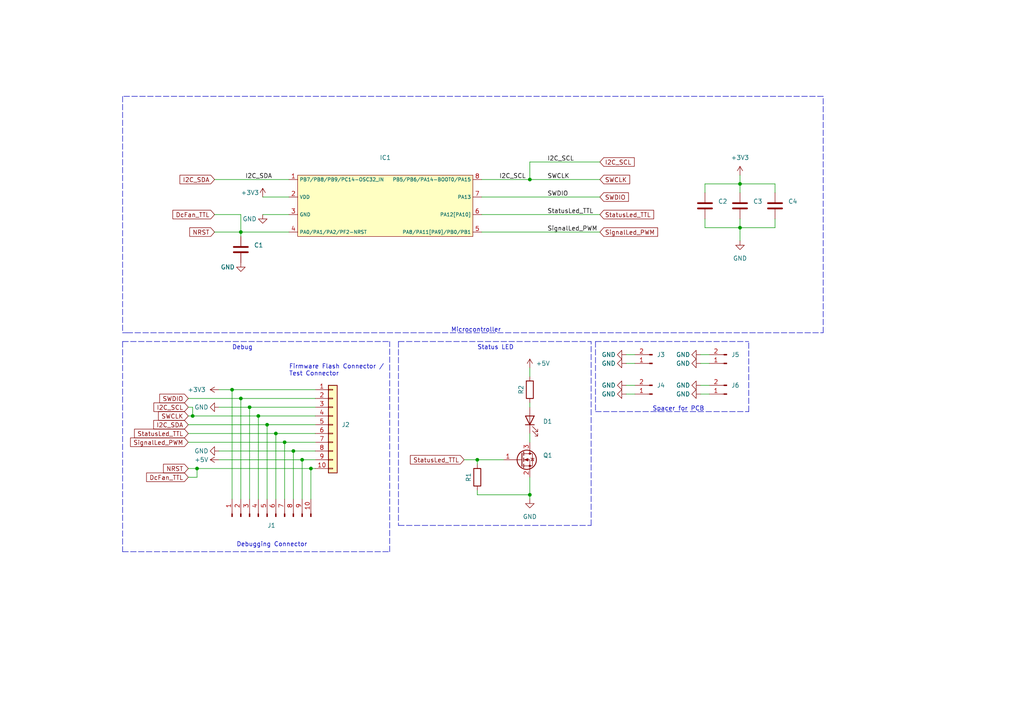
<source format=kicad_sch>
(kicad_sch (version 20211123) (generator eeschema)
  (paper "A4")
  (lib_symbols
    (symbol "Connector:Conn_01x02_Male" (pin_names (offset 1.016) hide)
      (property "Reference" "J" (at 0 2.54 0))
      (property "Value" "Conn_01x02_Male" (at 0 -5.08 0))
      (symbol "Conn_01x02_Male_1_1"
        (polyline (pts (xy 1.27 -2.54) (xy 0.8636 -2.54)) (stroke (width 0.1524)))
        (polyline (pts (xy 1.27 0) (xy 0.8636 0)) (stroke (width 0.1524)))
        (rectangle (start 0.8636 -2.413) (end 0 -2.667) (stroke (width 0.1524)) (fill (type outline)))
        (rectangle (start 0.8636 0.127) (end 0 -0.127) (stroke (width 0.1524)) (fill (type outline)))
        (pin passive line (at 5.08 0 180) (length 3.81) (name "Pin_1") (number "1"))
        (pin passive line (at 5.08 -2.54 180) (length 3.81) (name "Pin_2") (number "2"))
      )
    )
    (symbol "Connector:Conn_01x10_Male" (pin_names (offset 1.016) hide)
      (property "Reference" "J" (at 0 12.7 0))
      (property "Value" "Conn_01x10_Male" (at 0 -15.24 0))
      (symbol "Conn_01x10_Male_1_1"
        (polyline (pts (xy 1.27 -12.7) (xy 0.8636 -12.7)) (stroke (width 0.1524)))
        (polyline (pts (xy 1.27 -10.16) (xy 0.8636 -10.16)) (stroke (width 0.1524)))
        (polyline (pts (xy 1.27 -7.62) (xy 0.8636 -7.62)) (stroke (width 0.1524)))
        (polyline (pts (xy 1.27 -5.08) (xy 0.8636 -5.08)) (stroke (width 0.1524)))
        (polyline (pts (xy 1.27 -2.54) (xy 0.8636 -2.54)) (stroke (width 0.1524)))
        (polyline (pts (xy 1.27 0) (xy 0.8636 0)) (stroke (width 0.1524)))
        (polyline (pts (xy 1.27 2.54) (xy 0.8636 2.54)) (stroke (width 0.1524)))
        (polyline (pts (xy 1.27 5.08) (xy 0.8636 5.08)) (stroke (width 0.1524)))
        (polyline (pts (xy 1.27 7.62) (xy 0.8636 7.62)) (stroke (width 0.1524)))
        (polyline (pts (xy 1.27 10.16) (xy 0.8636 10.16)) (stroke (width 0.1524)))
        (rectangle (start 0.8636 -12.573) (end 0 -12.827) (stroke (width 0.1524)) (fill (type outline)))
        (rectangle (start 0.8636 -10.033) (end 0 -10.287) (stroke (width 0.1524)) (fill (type outline)))
        (rectangle (start 0.8636 -7.493) (end 0 -7.747) (stroke (width 0.1524)) (fill (type outline)))
        (rectangle (start 0.8636 -4.953) (end 0 -5.207) (stroke (width 0.1524)) (fill (type outline)))
        (rectangle (start 0.8636 -2.413) (end 0 -2.667) (stroke (width 0.1524)) (fill (type outline)))
        (rectangle (start 0.8636 0.127) (end 0 -0.127) (stroke (width 0.1524)) (fill (type outline)))
        (rectangle (start 0.8636 2.667) (end 0 2.413) (stroke (width 0.1524)) (fill (type outline)))
        (rectangle (start 0.8636 5.207) (end 0 4.953) (stroke (width 0.1524)) (fill (type outline)))
        (rectangle (start 0.8636 7.747) (end 0 7.493) (stroke (width 0.1524)) (fill (type outline)))
        (rectangle (start 0.8636 10.287) (end 0 10.033) (stroke (width 0.1524)) (fill (type outline)))
        (pin passive line (at 5.08 10.16 180) (length 3.81) (name "Pin_1") (number "1"))
        (pin passive line (at 5.08 -12.7 180) (length 3.81) (name "Pin_10") (number "10"))
        (pin passive line (at 5.08 7.62 180) (length 3.81) (name "Pin_2") (number "2"))
        (pin passive line (at 5.08 5.08 180) (length 3.81) (name "Pin_3") (number "3"))
        (pin passive line (at 5.08 2.54 180) (length 3.81) (name "Pin_4") (number "4"))
        (pin passive line (at 5.08 0 180) (length 3.81) (name "Pin_5") (number "5"))
        (pin passive line (at 5.08 -2.54 180) (length 3.81) (name "Pin_6") (number "6"))
        (pin passive line (at 5.08 -5.08 180) (length 3.81) (name "Pin_7") (number "7"))
        (pin passive line (at 5.08 -7.62 180) (length 3.81) (name "Pin_8") (number "8"))
        (pin passive line (at 5.08 -10.16 180) (length 3.81) (name "Pin_9") (number "9"))
      )
    )
    (symbol "Connector_Generic:Conn_01x10" (pin_names (offset 1.016) hide)
      (property "Reference" "J" (at 0 12.7 0))
      (property "Value" "Conn_01x10" (at 0 -15.24 0))
      (symbol "Conn_01x10_1_1"
        (rectangle (start -1.27 -12.573) (end 0 -12.827) (stroke (width 0.1524)))
        (rectangle (start -1.27 -10.033) (end 0 -10.287) (stroke (width 0.1524)))
        (rectangle (start -1.27 -7.493) (end 0 -7.747) (stroke (width 0.1524)))
        (rectangle (start -1.27 -4.953) (end 0 -5.207) (stroke (width 0.1524)))
        (rectangle (start -1.27 -2.413) (end 0 -2.667) (stroke (width 0.1524)))
        (rectangle (start -1.27 0.127) (end 0 -0.127) (stroke (width 0.1524)))
        (rectangle (start -1.27 2.667) (end 0 2.413) (stroke (width 0.1524)))
        (rectangle (start -1.27 5.207) (end 0 4.953) (stroke (width 0.1524)))
        (rectangle (start -1.27 7.747) (end 0 7.493) (stroke (width 0.1524)))
        (rectangle (start -1.27 10.287) (end 0 10.033) (stroke (width 0.1524)))
        (rectangle (start -1.27 11.43) (end 1.27 -13.97) (stroke (width 0.254)) (fill (type background)))
        (pin passive line (at -5.08 10.16 0) (length 3.81) (name "Pin_1") (number "1"))
        (pin passive line (at -5.08 -12.7 0) (length 3.81) (name "Pin_10") (number "10"))
        (pin passive line (at -5.08 7.62 0) (length 3.81) (name "Pin_2") (number "2"))
        (pin passive line (at -5.08 5.08 0) (length 3.81) (name "Pin_3") (number "3"))
        (pin passive line (at -5.08 2.54 0) (length 3.81) (name "Pin_4") (number "4"))
        (pin passive line (at -5.08 0 0) (length 3.81) (name "Pin_5") (number "5"))
        (pin passive line (at -5.08 -2.54 0) (length 3.81) (name "Pin_6") (number "6"))
        (pin passive line (at -5.08 -5.08 0) (length 3.81) (name "Pin_7") (number "7"))
        (pin passive line (at -5.08 -7.62 0) (length 3.81) (name "Pin_8") (number "8"))
        (pin passive line (at -5.08 -10.16 0) (length 3.81) (name "Pin_9") (number "9"))
      )
    )
    (symbol "Device:C" (pin_numbers hide) (pin_names (offset 0.254))
      (property "Reference" "C" (at 0.635 2.54 0))
      (property "Value" "C" (at 0.635 -2.54 0))
      (symbol "C_0_1"
        (polyline (pts (xy -2.032 -0.762) (xy 2.032 -0.762)) (stroke (width 0.508)))
        (polyline (pts (xy -2.032 0.762) (xy 2.032 0.762)) (stroke (width 0.508)))
      )
      (symbol "C_1_1"
        (pin passive line (at 0 3.81 270) (length 2.794) (name "~") (number "1"))
        (pin passive line (at 0 -3.81 90) (length 2.794) (name "~") (number "2"))
      )
    )
    (symbol "Device:LED" (pin_numbers hide) (pin_names (offset 1.016) hide)
      (property "Reference" "D" (at 0 2.54 0))
      (property "Value" "LED" (at 0 -2.54 0))
      (symbol "LED_0_1"
        (polyline (pts (xy -1.27 -1.27) (xy -1.27 1.27)) (stroke (width 0.254)))
        (polyline (pts (xy -1.27 0) (xy 1.27 0)))
        (polyline (pts (xy 1.27 -1.27) (xy 1.27 1.27) (xy -1.27 0) (xy 1.27 -1.27)) (stroke (width 0.254)))
        (polyline (pts (xy -3.048 -0.762) (xy -4.572 -2.286) (xy -3.81 -2.286) (xy -4.572 -2.286) (xy -4.572 -1.524)))
        (polyline (pts (xy -1.778 -0.762) (xy -3.302 -2.286) (xy -2.54 -2.286) (xy -3.302 -2.286) (xy -3.302 -1.524)))
      )
      (symbol "LED_1_1"
        (pin passive line (at -3.81 0 0) (length 2.54) (name "K") (number "1"))
        (pin passive line (at 3.81 0 180) (length 2.54) (name "A") (number "2"))
      )
    )
    (symbol "Device:Q_NMOS_GSD" (pin_names (offset 0) hide)
      (property "Reference" "Q" (at 5.08 1.27 0))
      (property "Value" "Q_NMOS_GSD" (at 5.08 -1.27 0))
      (symbol "Q_NMOS_GSD_0_1"
        (polyline (pts (xy 0.254 0) (xy -2.54 0)))
        (polyline (pts (xy 0.254 1.905) (xy 0.254 -1.905)) (stroke (width 0.254)))
        (polyline (pts (xy 0.762 -1.27) (xy 0.762 -2.286)) (stroke (width 0.254)))
        (polyline (pts (xy 0.762 0.508) (xy 0.762 -0.508)) (stroke (width 0.254)))
        (polyline (pts (xy 0.762 2.286) (xy 0.762 1.27)) (stroke (width 0.254)))
        (polyline (pts (xy 2.54 2.54) (xy 2.54 1.778)))
        (polyline (pts (xy 2.54 -2.54) (xy 2.54 0) (xy 0.762 0)))
        (polyline (pts (xy 0.762 -1.778) (xy 3.302 -1.778) (xy 3.302 1.778) (xy 0.762 1.778)))
        (polyline (pts (xy 1.016 0) (xy 2.032 0.381) (xy 2.032 -0.381) (xy 1.016 0)) (fill (type outline)))
        (polyline (pts (xy 2.794 0.508) (xy 2.921 0.381) (xy 3.683 0.381) (xy 3.81 0.254)))
        (polyline (pts (xy 3.302 0.381) (xy 2.921 -0.254) (xy 3.683 -0.254) (xy 3.302 0.381)))
        (circle (center 1.651 0) (radius 2.794) (stroke (width 0.254)))
        (circle (center 2.54 -1.778) (radius 0.254) (fill (type outline)))
        (circle (center 2.54 1.778) (radius 0.254) (fill (type outline)))
      )
      (symbol "Q_NMOS_GSD_1_1"
        (pin input line (at -5.08 0 0) (length 2.54) (name "G") (number "1"))
        (pin passive line (at 2.54 -5.08 90) (length 2.54) (name "S") (number "2"))
        (pin passive line (at 2.54 5.08 270) (length 2.54) (name "D") (number "3"))
      )
    )
    (symbol "Device:R" (pin_numbers hide) (pin_names (offset 0))
      (property "Reference" "R" (at 2.032 0 90))
      (property "Value" "R" (at 0 0 90))
      (symbol "R_0_1"
        (rectangle (start -1.016 -2.54) (end 1.016 2.54) (stroke (width 0.254)))
      )
      (symbol "R_1_1"
        (pin passive line (at 0 3.81 270) (length 1.27) (name "~") (number "1"))
        (pin passive line (at 0 -3.81 90) (length 1.27) (name "~") (number "2"))
      )
    )
    (symbol "MCU_ST_STM32G0:STM32G031J6"
      (property "Reference" "IC?" (at 40.64 -11.43 0))
      (property "Value" "STM32G031J6" (at -1.27 -11.43 0))
      (symbol "STM32G031J6_0_1"
        (rectangle (start -7.62 7.62) (end 43.18 -10.16) (fill (type background)))
      )
      (symbol "STM32G031J6_1_1"
        (pin bidirectional line (at -10.16 6.35 0) (length 2.54) (name "PB7/PB8/PB9/PC14-OSC32_IN") (number "1"))
        (pin bidirectional line (at -10.16 1.27 0) (length 2.54) (name "VDD") (number "2"))
        (pin bidirectional line (at -10.16 -3.81 0) (length 2.54) (name "GND") (number "3"))
        (pin bidirectional line (at -10.16 -8.89 0) (length 2.54) (name "PA0/PA1/PA2/PF2-NRST") (number "4"))
        (pin bidirectional line (at 45.72 -8.89 180) (length 2.54) (name "PA8/PA11[PA9]/PB0/PB1") (number "5"))
        (pin bidirectional line (at 45.72 -3.81 180) (length 2.54) (name "PA12[PA10]") (number "6"))
        (pin bidirectional line (at 45.72 1.27 180) (length 2.54) (name "PA13") (number "7"))
        (pin bidirectional line (at 45.72 6.35 180) (length 2.54) (name "PB5/PB6/PA14-BOOT0/PA15") (number "8"))
      )
    )
    (symbol "power:+3V3" (power) (pin_names (offset 0))
      (property "Value" "+3V3" (at 0 3.556 0))
      (symbol "+3V3_0_1"
        (polyline (pts (xy -0.762 1.27) (xy 0 2.54)))
        (polyline (pts (xy 0 0) (xy 0 2.54)))
        (polyline (pts (xy 0 2.54) (xy 0.762 1.27)))
      )
      (symbol "+3V3_1_1"
        (pin power_in line (at 0 0 90) (length 0) hide (name "+3V3") (number "1"))
      )
    )
    (symbol "power:+5V" (power) (pin_names (offset 0))
      (property "Value" "+5V" (at 0 3.556 0))
      (symbol "+5V_0_1"
        (polyline (pts (xy -0.762 1.27) (xy 0 2.54)))
        (polyline (pts (xy 0 0) (xy 0 2.54)))
        (polyline (pts (xy 0 2.54) (xy 0.762 1.27)))
      )
      (symbol "+5V_1_1"
        (pin power_in line (at 0 0 90) (length 0) hide (name "+5V") (number "1"))
      )
    )
    (symbol "power:GND" (power) (pin_names (offset 0))
      (property "Value" "GND" (at 0 -3.81 0))
      (symbol "GND_0_1"
        (polyline (pts (xy 0 0) (xy 0 -1.27) (xy 1.27 -1.27) (xy 0 -2.54) (xy -1.27 -1.27) (xy 0 -1.27)))
      )
      (symbol "GND_1_1"
        (pin power_in line (at 0 0 270) (length 0) hide (name "GND") (number "1"))
      )
    )
  )
  (junction (at 85.09 130.81))
  (junction (at 74.93 120.65))
  (junction (at 72.39 118.11))
  (junction (at 57.15 135.89))
  (junction (at 69.85 67.31))
  (junction (at 214.63 53.34))
  (junction (at 82.55 128.27))
  (junction (at 214.63 66.04))
  (junction (at 80.01 125.73))
  (junction (at 55.88 120.65))
  (junction (at 69.85 115.57))
  (junction (at 153.67 143.51))
  (junction (at 153.67 52.07))
  (junction (at 87.63 133.35))
  (junction (at 77.47 123.19))
  (junction (at 67.31 113.03))
  (junction (at 90.17 135.89))
  (junction (at 138.43 133.35))
  (wire (pts (xy 67.31 113.03) (xy 91.44 113.03)))
  (wire (pts (xy 214.63 66.04) (xy 214.63 69.85)))
  (wire (pts (xy 69.85 115.57) (xy 91.44 115.57)))
  (wire (pts (xy 54.61 125.73) (xy 80.01 125.73)))
  (wire (pts (xy 54.61 135.89) (xy 57.15 135.89)))
  (wire (pts (xy 72.39 118.11) (xy 72.39 144.78)))
  (wire (pts (xy 153.67 106.68) (xy 153.67 109.22)))
  (polyline (pts (xy 35.56 96.52) (xy 36.83 96.52)))
  (wire (pts (xy 76.2 62.23) (xy 83.82 62.23)))
  (wire (pts (xy 63.5 118.11) (xy 72.39 118.11)))
  (wire (pts (xy 55.88 118.11) (xy 55.88 120.65)))
  (wire (pts (xy 63.5 133.35) (xy 87.63 133.35)))
  (wire (pts (xy 82.55 128.27) (xy 82.55 144.78)))
  (wire (pts (xy 224.79 55.88) (xy 224.79 53.34)))
  (wire (pts (xy 214.63 66.04) (xy 224.79 66.04)))
  (polyline (pts (xy 35.56 160.02) (xy 113.03 160.02)))
  (polyline (pts (xy 35.56 99.06) (xy 35.56 160.02)))
  (wire (pts (xy 214.63 50.8) (xy 214.63 53.34)))
  (wire (pts (xy 74.93 120.65) (xy 91.44 120.65)))
  (wire (pts (xy 139.7 62.23) (xy 173.99 62.23)))
  (polyline (pts (xy 171.45 152.4) (xy 171.45 99.06)))
  (wire (pts (xy 153.67 52.07) (xy 173.99 52.07)))
  (wire (pts (xy 204.47 53.34) (xy 214.63 53.34)))
  (polyline (pts (xy 115.57 152.4) (xy 171.45 152.4)))
  (wire (pts (xy 69.85 62.23) (xy 69.85 67.31)))
  (wire (pts (xy 203.2 102.87) (xy 205.74 102.87)))
  (wire (pts (xy 57.15 138.43) (xy 57.15 135.89)))
  (wire (pts (xy 139.7 57.15) (xy 173.99 57.15)))
  (polyline (pts (xy 35.56 99.06) (xy 113.03 99.06)))
  (wire (pts (xy 54.61 123.19) (xy 77.47 123.19)))
  (wire (pts (xy 82.55 128.27) (xy 91.44 128.27)))
  (wire (pts (xy 67.31 113.03) (xy 67.31 144.78)))
  (wire (pts (xy 139.7 67.31) (xy 173.99 67.31)))
  (wire (pts (xy 90.17 135.89) (xy 90.17 144.78)))
  (polyline (pts (xy 115.57 99.06) (xy 115.57 152.4)))
  (wire (pts (xy 138.43 133.35) (xy 146.05 133.35)))
  (wire (pts (xy 153.67 116.84) (xy 153.67 118.11)))
  (wire (pts (xy 153.67 125.73) (xy 153.67 128.27)))
  (wire (pts (xy 54.61 128.27) (xy 82.55 128.27)))
  (wire (pts (xy 62.23 67.31) (xy 69.85 67.31)))
  (wire (pts (xy 87.63 133.35) (xy 87.63 144.78)))
  (wire (pts (xy 77.47 123.19) (xy 91.44 123.19)))
  (wire (pts (xy 63.5 113.03) (xy 67.31 113.03)))
  (wire (pts (xy 139.7 52.07) (xy 153.67 52.07)))
  (wire (pts (xy 153.67 143.51) (xy 153.67 144.78)))
  (polyline (pts (xy 36.83 96.52) (xy 238.76 96.52)))
  (polyline (pts (xy 172.72 99.06) (xy 172.72 119.38)))
  (wire (pts (xy 204.47 63.5) (xy 204.47 66.04)))
  (wire (pts (xy 181.61 111.76) (xy 184.15 111.76)))
  (wire (pts (xy 153.67 138.43) (xy 153.67 143.51)))
  (wire (pts (xy 85.09 130.81) (xy 85.09 144.78)))
  (wire (pts (xy 77.47 123.19) (xy 77.47 144.78)))
  (wire (pts (xy 181.61 105.41) (xy 184.15 105.41)))
  (wire (pts (xy 63.5 130.81) (xy 85.09 130.81)))
  (polyline (pts (xy 217.17 119.38) (xy 217.17 99.06)))
  (polyline (pts (xy 172.72 119.38) (xy 217.17 119.38)))
  (wire (pts (xy 54.61 138.43) (xy 57.15 138.43)))
  (wire (pts (xy 138.43 134.62) (xy 138.43 133.35)))
  (wire (pts (xy 76.2 57.15) (xy 83.82 57.15)))
  (wire (pts (xy 54.61 118.11) (xy 55.88 118.11)))
  (polyline (pts (xy 35.56 27.94) (xy 35.56 96.52)))
  (wire (pts (xy 87.63 133.35) (xy 91.44 133.35)))
  (wire (pts (xy 153.67 46.99) (xy 153.67 52.07)))
  (wire (pts (xy 204.47 66.04) (xy 214.63 66.04)))
  (wire (pts (xy 224.79 63.5) (xy 224.79 66.04)))
  (wire (pts (xy 138.43 142.24) (xy 138.43 143.51)))
  (wire (pts (xy 214.63 53.34) (xy 224.79 53.34)))
  (wire (pts (xy 80.01 125.73) (xy 80.01 144.78)))
  (wire (pts (xy 90.17 135.89) (xy 91.44 135.89)))
  (wire (pts (xy 62.23 52.07) (xy 83.82 52.07)))
  (wire (pts (xy 85.09 130.81) (xy 91.44 130.81)))
  (wire (pts (xy 54.61 120.65) (xy 55.88 120.65)))
  (wire (pts (xy 54.61 115.57) (xy 69.85 115.57)))
  (wire (pts (xy 57.15 135.89) (xy 90.17 135.89)))
  (wire (pts (xy 214.63 63.5) (xy 214.63 66.04)))
  (wire (pts (xy 62.23 62.23) (xy 69.85 62.23)))
  (wire (pts (xy 69.85 115.57) (xy 69.85 144.78)))
  (wire (pts (xy 69.85 67.31) (xy 83.82 67.31)))
  (wire (pts (xy 181.61 102.87) (xy 184.15 102.87)))
  (wire (pts (xy 74.93 120.65) (xy 74.93 144.78)))
  (wire (pts (xy 55.88 120.65) (xy 74.93 120.65)))
  (wire (pts (xy 138.43 143.51) (xy 153.67 143.51)))
  (wire (pts (xy 69.85 67.31) (xy 69.85 68.58)))
  (polyline (pts (xy 238.76 27.94) (xy 35.56 27.94)))
  (wire (pts (xy 173.99 46.99) (xy 153.67 46.99)))
  (polyline (pts (xy 238.76 96.52) (xy 238.76 27.94)))
  (wire (pts (xy 203.2 114.3) (xy 205.74 114.3)))
  (wire (pts (xy 204.47 55.88) (xy 204.47 53.34)))
  (polyline (pts (xy 115.57 99.06) (xy 171.45 99.06)))
  (wire (pts (xy 181.61 114.3) (xy 184.15 114.3)))
  (polyline (pts (xy 172.72 99.06) (xy 217.17 99.06)))
  (wire (pts (xy 203.2 111.76) (xy 205.74 111.76)))
  (polyline (pts (xy 113.03 160.02) (xy 113.03 99.06)))
  (wire (pts (xy 72.39 118.11) (xy 91.44 118.11)))
  (wire (pts (xy 80.01 125.73) (xy 91.44 125.73)))
  (wire (pts (xy 134.62 133.35) (xy 138.43 133.35)))
  (wire (pts (xy 214.63 53.34) (xy 214.63 55.88)))
  (wire (pts (xy 203.2 105.41) (xy 205.74 105.41)))
  (text "Microcontroller" (at 130.81 96.52 0) (effects (font (size 1.27 1.27)) (justify left bottom)))
  (text "Firmware Flash Connector /\nTest Connector" (at 83.82 109.22 0) (effects (font (size 1.27 1.27)) (justify left bottom)))
  (text "Debug" (at 67.31 101.6 0) (effects (font (size 1.27 1.27)) (justify left bottom)))
  (text "Spacer for PCB" (at 189.23 119.38 0) (effects (font (size 1.27 1.27)) (justify left bottom)))
  (text "Debugging Connector" (at 68.58 158.75 0) (effects (font (size 1.27 1.27)) (justify left bottom)))
  (text "Status LED\n" (at 138.43 101.6 0) (effects (font (size 1.27 1.27)) (justify left bottom)))
  (label "SWCLK" (at 158.75 52.07 0))
  (label "I2C_SCL" (at 158.75 46.99 0))
  (label "I2C_SCL" (at 144.78 52.07 0))
  (label "SignalLed_PWM" (at 158.75 67.31 0))
  (label "StatusLed_TTL" (at 158.75 62.23 0))
  (label "I2C_SDA" (at 71.12 52.07 0))
  (label "SWDIO" (at 158.75 57.15 0))
  (global_label "StatusLed_TTL" (shape input) (at 54.61 125.73 180) (property "Intersheet References" "${INTERSHEET_REFS}" (effects hide)))
  (global_label "I2C_SDA" (shape input) (at 62.23 52.07 180) (property "Intersheet References" "${INTERSHEET_REFS}" (effects hide)))
  (global_label "NRST" (shape input) (at 54.61 135.89 180) (property "Intersheet References" "${INTERSHEET_REFS}" (effects hide)))
  (global_label "I2C_SCL" (shape input) (at 173.99 46.99 0) (property "Intersheet References" "${INTERSHEET_REFS}" (effects hide)))
  (global_label "SWCLK" (shape input) (at 173.99 52.07 0) (property "Intersheet References" "${INTERSHEET_REFS}" (effects hide)))
  (global_label "NRST" (shape input) (at 62.23 67.31 180) (property "Intersheet References" "${INTERSHEET_REFS}" (effects hide)))
  (global_label "DcFan_TTL" (shape input) (at 62.23 62.23 180) (property "Intersheet References" "${INTERSHEET_REFS}" (effects hide)))
  (global_label "DcFan_TTL" (shape input) (at 54.61 138.43 180) (property "Intersheet References" "${INTERSHEET_REFS}" (effects hide)))
  (global_label "SWCLK" (shape input) (at 54.61 120.65 180) (property "Intersheet References" "${INTERSHEET_REFS}" (effects hide)))
  (global_label "StatusLed_TTL" (shape input) (at 134.62 133.35 180) (property "Intersheet References" "${INTERSHEET_REFS}" (effects hide)))
  (global_label "I2C_SDA" (shape input) (at 54.61 123.19 180) (property "Intersheet References" "${INTERSHEET_REFS}" (effects hide)))
  (global_label "SignalLed_PWM" (shape input) (at 173.99 67.31 0) (property "Intersheet References" "${INTERSHEET_REFS}" (effects hide)))
  (global_label "I2C_SCL" (shape input) (at 54.61 118.11 180) (property "Intersheet References" "${INTERSHEET_REFS}" (effects hide)))
  (global_label "SignalLed_PWM" (shape input) (at 54.61 128.27 180) (property "Intersheet References" "${INTERSHEET_REFS}" (effects hide)))
  (global_label "SWDIO" (shape input) (at 173.99 57.15 0) (property "Intersheet References" "${INTERSHEET_REFS}" (effects hide)))
  (global_label "StatusLed_TTL" (shape input) (at 173.99 62.23 0) (property "Intersheet References" "${INTERSHEET_REFS}" (effects hide)))
  (global_label "SWDIO" (shape input) (at 54.61 115.57 180) (property "Intersheet References" "${INTERSHEET_REFS}" (effects hide)))
  (symbol (lib_id "Connector:Conn_01x02_Male") (at 210.82 114.3 180) (unit 1)
    (property "Reference" "J6" (at 212.09 111.7599 0) (effects (justify right)))
  )
  (symbol (lib_id "Device:LED") (at 153.67 121.92 90) (unit 1)
    (property "Reference" "D1" (at 157.48 122.2374 90) (effects (justify right)))
    (property "Datasheet" "https://pt.mouser.com/datasheet/2/445/150060GS55040-1714515.pdf" (effects hide))
    (property "Part ID" "150060GS55040" (effects hide))
  )
  (symbol (lib_id "Device:C") (at 214.63 59.69 0) (unit 1)
    (property "Reference" "C3" (at 218.44 58.4199 0) (effects (justify left)))
    (property "Part ID" "08055C105K4T4A" (effects hide))
  )
  (symbol (lib_id "Device:R") (at 153.67 113.03 0) (unit 1)
    (property "Reference" "R2" (at 151.13 113.03 90))
    (property "Part ID" "CRCW0805270RFKTA" (effects hide))
  )
  (symbol (lib_id "power:+5V") (at 153.67 106.68 0) (unit 1)
    (property "Reference" "#PWR08" (effects hide))
    (property "Value" "+5V" (at 157.48 105.41 0))
  )
  (symbol (lib_id "power:+5V") (at 63.5 133.35 90) (unit 1)
    (property "Reference" "#PWR04" (effects hide))
    (property "Value" "+5V" (at 58.42 133.35 90))
  )
  (symbol (lib_id "Device:Q_NMOS_GSD") (at 151.13 133.35 0) (unit 1)
    (property "Reference" "Q1" (at 157.48 132.0799 0) (effects (justify left)))
    (property "Datasheet" "https://www.diodes.com/assets/Datasheets/DMN2230UQ.pdf" (effects hide))
    (property "Part ID" " DMN2230UQ-7" (effects hide))
  )
  (symbol (lib_id "Device:C") (at 204.47 59.69 0) (unit 1)
    (property "Reference" "C2" (at 208.28 58.4199 0) (effects (justify left)))
    (property "Part ID" "0805YC106MAT2A" (effects hide))
  )
  (symbol (lib_id "power:+3V3") (at 214.63 50.8 0) (unit 1)
    (property "Reference" "#PWR018" (effects hide))
    (property "Value" "+3V3" (at 214.63 45.72 0))
  )
  (symbol (lib_id "power:GND") (at 203.2 102.87 270) (unit 1)
    (property "Reference" "#PWR014" (effects hide))
    (property "Value" "GND" (at 198.12 102.87 90))
  )
  (symbol (lib_id "power:GND") (at 63.5 130.81 270) (unit 1)
    (property "Reference" "#PWR03" (effects hide))
    (property "Value" "GND" (at 58.42 130.81 90))
  )
  (symbol (lib_id "Connector_Generic:Conn_01x10") (at 96.52 123.19 0) (unit 1)
    (property "Reference" "J2" (at 99.06 123.1899 0) (effects (justify left)))
  )
  (symbol (lib_id "power:GND") (at 153.67 144.78 0) (unit 1)
    (property "Reference" "#PWR09" (effects hide))
    (property "Value" "GND" (at 153.67 149.86 0))
  )
  (symbol (lib_id "power:GND") (at 63.5 118.11 270) (unit 1)
    (property "Reference" "#PWR02" (effects hide))
    (property "Value" "GND" (at 58.42 118.11 90))
  )
  (symbol (lib_id "Device:R") (at 138.43 138.43 0) (unit 1)
    (property "Reference" "R1" (at 135.89 138.43 90))
    (property "Part ID" "CR0805-FX-5101ELF " (effects hide))
  )
  (symbol (lib_id "power:GND") (at 214.63 69.85 0) (unit 1)
    (property "Reference" "#PWR019" (effects hide))
    (property "Value" "GND" (at 214.63 74.93 0))
  )
  (symbol (lib_id "power:GND") (at 69.85 76.2 0) (unit 1)
    (property "Reference" "#PWR05" (effects hide))
    (property "Value" "GND" (at 66.04 77.47 0))
  )
  (symbol (lib_id "power:GND") (at 76.2 62.23 0) (unit 1)
    (property "Reference" "#PWR07" (effects hide))
    (property "Value" "GND" (at 72.39 63.5 0))
  )
  (symbol (lib_id "power:GND") (at 181.61 105.41 270) (unit 1)
    (property "Reference" "#PWR011" (effects hide))
    (property "Value" "GND" (at 176.53 105.41 90))
  )
  (symbol (lib_id "power:+3V3") (at 76.2 57.15 0) (unit 1)
    (property "Reference" "#PWR06" (effects hide))
    (property "Value" "+3V3" (at 69.85 55.88 0) (effects (justify left)))
  )
  (symbol (lib_id "power:GND") (at 181.61 114.3 270) (unit 1)
    (property "Reference" "#PWR013" (effects hide))
    (property "Value" "GND" (at 176.53 114.3 90))
  )
  (symbol (lib_id "power:GND") (at 181.61 102.87 270) (unit 1)
    (property "Reference" "#PWR010" (effects hide))
    (property "Value" "GND" (at 176.53 102.87 90))
  )
  (symbol (lib_id "power:GND") (at 181.61 111.76 270) (unit 1)
    (property "Reference" "#PWR012" (effects hide))
    (property "Value" "GND" (at 176.53 111.76 90))
  )
  (symbol (lib_id "power:+3V3") (at 63.5 113.03 90) (unit 1)
    (property "Reference" "#PWR01" (effects hide))
    (property "Value" "+3V3" (at 59.69 113.03 90) (effects (justify left)))
  )
  (symbol (lib_id "power:GND") (at 203.2 105.41 270) (unit 1)
    (property "Reference" "#PWR015" (effects hide))
    (property "Value" "GND" (at 198.12 105.41 90))
  )
  (symbol (lib_id "MCU_ST_STM32G0:STM32G031J6") (at 93.98 58.42 0) (unit 1)
    (property "Reference" "IC1" (at 111.76 45.72 0))
    (property "Datasheet" "https://www.st.com/resource/en/datasheet/stm32g031j6.pdf" (effects hide))
    (property "Part ID" "STM32G031J6" (effects hide))
  )
  (symbol (lib_id "Connector:Conn_01x02_Male") (at 189.23 114.3 180) (unit 1)
    (property "Reference" "J4" (at 190.5 111.7599 0) (effects (justify right)))
  )
  (symbol (lib_id "Device:C") (at 69.85 72.39 0) (unit 1)
    (property "Reference" "C1" (at 73.66 71.1199 0) (effects (justify left)))
    (property "Part ID" "08051C104KAT4A " (effects hide))
  )
  (symbol (lib_id "Connector:Conn_01x10_Male") (at 77.47 149.86 90) (unit 1)
    (property "Reference" "J1" (at 78.74 152.4 90))
  )
  (symbol (lib_id "Connector:Conn_01x02_Male") (at 210.82 105.41 180) (unit 1)
    (property "Reference" "J5" (at 212.09 102.8699 0) (effects (justify right)))
  )
  (symbol (lib_id "Device:C") (at 224.79 59.69 0) (unit 1)
    (property "Reference" "C4" (at 228.6 58.4199 0) (effects (justify left)))
    (property "Part ID" "08051C104KAT4A " (effects hide))
  )
  (symbol (lib_id "power:GND") (at 203.2 111.76 270) (unit 1)
    (property "Reference" "#PWR016" (effects hide))
    (property "Value" "GND" (at 198.12 111.76 90))
  )
  (symbol (lib_id "Connector:Conn_01x02_Male") (at 189.23 105.41 180) (unit 1)
    (property "Reference" "J3" (at 190.5 102.8699 0) (effects (justify right)))
  )
  (symbol (lib_id "power:GND") (at 203.2 114.3 270) (unit 1)
    (property "Reference" "#PWR017" (effects hide))
    (property "Value" "GND" (at 198.12 114.3 90))
  )
)
</source>
